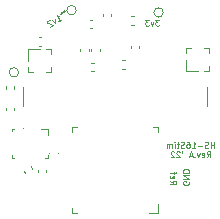
<source format=gbo>
%TF.GenerationSoftware,KiCad,Pcbnew,(6.0.0)*%
%TF.CreationDate,2022-12-05T09:44:38-05:00*%
%TF.ProjectId,headstage-16stim,68656164-7374-4616-9765-2d3136737469,A*%
%TF.SameCoordinates,Original*%
%TF.FileFunction,Legend,Bot*%
%TF.FilePolarity,Positive*%
%FSLAX46Y46*%
G04 Gerber Fmt 4.6, Leading zero omitted, Abs format (unit mm)*
G04 Created by KiCad (PCBNEW (6.0.0)) date 2022-12-05 09:44:38*
%MOMM*%
%LPD*%
G01*
G04 APERTURE LIST*
%ADD10C,0.150000*%
%ADD11C,0.125000*%
%ADD12C,0.120000*%
%ADD13C,0.100000*%
G04 APERTURE END LIST*
D10*
X118935000Y-54960000D02*
X119245000Y-54780000D01*
D11*
X129750000Y-69180952D02*
X129773809Y-69228571D01*
X129773809Y-69300000D01*
X129750000Y-69371428D01*
X129702380Y-69419047D01*
X129654761Y-69442857D01*
X129559523Y-69466666D01*
X129488095Y-69466666D01*
X129392857Y-69442857D01*
X129345238Y-69419047D01*
X129297619Y-69371428D01*
X129273809Y-69300000D01*
X129273809Y-69252380D01*
X129297619Y-69180952D01*
X129321428Y-69157142D01*
X129488095Y-69157142D01*
X129488095Y-69252380D01*
X129273809Y-68942857D02*
X129773809Y-68942857D01*
X129273809Y-68657142D01*
X129773809Y-68657142D01*
X129273809Y-68419047D02*
X129773809Y-68419047D01*
X129773809Y-68300000D01*
X129750000Y-68228571D01*
X129702380Y-68180952D01*
X129654761Y-68157142D01*
X129559523Y-68133333D01*
X129488095Y-68133333D01*
X129392857Y-68157142D01*
X129345238Y-68180952D01*
X129297619Y-68228571D01*
X129273809Y-68300000D01*
X129273809Y-68419047D01*
X118712816Y-55626987D02*
X118960252Y-55484130D01*
X118836534Y-55555559D02*
X118586534Y-55122546D01*
X118663487Y-55160596D01*
X118728536Y-55178025D01*
X118781680Y-55174835D01*
X118401812Y-55421646D02*
X118465380Y-55769845D01*
X118195615Y-55540693D01*
X117991754Y-55520928D02*
X117959229Y-55512213D01*
X117906085Y-55515403D01*
X117802987Y-55574927D01*
X117773652Y-55619356D01*
X117764937Y-55651881D01*
X117768127Y-55705025D01*
X117791937Y-55746264D01*
X117848271Y-55796218D01*
X118238564Y-55900797D01*
X117970508Y-56055559D01*
X128173809Y-69102380D02*
X128411904Y-69269047D01*
X128173809Y-69388095D02*
X128673809Y-69388095D01*
X128673809Y-69197619D01*
X128650000Y-69150000D01*
X128626190Y-69126190D01*
X128578571Y-69102380D01*
X128507142Y-69102380D01*
X128459523Y-69126190D01*
X128435714Y-69150000D01*
X128411904Y-69197619D01*
X128411904Y-69388095D01*
X128197619Y-68697619D02*
X128173809Y-68745238D01*
X128173809Y-68840476D01*
X128197619Y-68888095D01*
X128245238Y-68911904D01*
X128435714Y-68911904D01*
X128483333Y-68888095D01*
X128507142Y-68840476D01*
X128507142Y-68745238D01*
X128483333Y-68697619D01*
X128435714Y-68673809D01*
X128388095Y-68673809D01*
X128340476Y-68911904D01*
X128507142Y-68530952D02*
X128507142Y-68340476D01*
X128173809Y-68459523D02*
X128602380Y-68459523D01*
X128650000Y-68435714D01*
X128673809Y-68388095D01*
X128673809Y-68340476D01*
X127247321Y-55476190D02*
X126937797Y-55476190D01*
X127104464Y-55666666D01*
X127033035Y-55666666D01*
X126985416Y-55690476D01*
X126961607Y-55714285D01*
X126937797Y-55761904D01*
X126937797Y-55880952D01*
X126961607Y-55928571D01*
X126985416Y-55952380D01*
X127033035Y-55976190D01*
X127175892Y-55976190D01*
X127223511Y-55952380D01*
X127247321Y-55928571D01*
X126771130Y-55642857D02*
X126652083Y-55976190D01*
X126533035Y-55642857D01*
X126390178Y-55476190D02*
X126080654Y-55476190D01*
X126247321Y-55666666D01*
X126175892Y-55666666D01*
X126128273Y-55690476D01*
X126104464Y-55714285D01*
X126080654Y-55761904D01*
X126080654Y-55880952D01*
X126104464Y-55928571D01*
X126128273Y-55952380D01*
X126175892Y-55976190D01*
X126318750Y-55976190D01*
X126366369Y-55952380D01*
X126390178Y-55928571D01*
X131900000Y-66323690D02*
X131900000Y-65823690D01*
X131900000Y-66061785D02*
X131614285Y-66061785D01*
X131614285Y-66323690D02*
X131614285Y-65823690D01*
X131400000Y-66299880D02*
X131328571Y-66323690D01*
X131209523Y-66323690D01*
X131161904Y-66299880D01*
X131138095Y-66276071D01*
X131114285Y-66228452D01*
X131114285Y-66180833D01*
X131138095Y-66133214D01*
X131161904Y-66109404D01*
X131209523Y-66085595D01*
X131304761Y-66061785D01*
X131352380Y-66037976D01*
X131376190Y-66014166D01*
X131400000Y-65966547D01*
X131400000Y-65918928D01*
X131376190Y-65871309D01*
X131352380Y-65847500D01*
X131304761Y-65823690D01*
X131185714Y-65823690D01*
X131114285Y-65847500D01*
X130900000Y-66133214D02*
X130519047Y-66133214D01*
X130019047Y-66323690D02*
X130304761Y-66323690D01*
X130161904Y-66323690D02*
X130161904Y-65823690D01*
X130209523Y-65895119D01*
X130257142Y-65942738D01*
X130304761Y-65966547D01*
X129590476Y-65823690D02*
X129685714Y-65823690D01*
X129733333Y-65847500D01*
X129757142Y-65871309D01*
X129804761Y-65942738D01*
X129828571Y-66037976D01*
X129828571Y-66228452D01*
X129804761Y-66276071D01*
X129780952Y-66299880D01*
X129733333Y-66323690D01*
X129638095Y-66323690D01*
X129590476Y-66299880D01*
X129566666Y-66276071D01*
X129542857Y-66228452D01*
X129542857Y-66109404D01*
X129566666Y-66061785D01*
X129590476Y-66037976D01*
X129638095Y-66014166D01*
X129733333Y-66014166D01*
X129780952Y-66037976D01*
X129804761Y-66061785D01*
X129828571Y-66109404D01*
X129352380Y-66299880D02*
X129280952Y-66323690D01*
X129161904Y-66323690D01*
X129114285Y-66299880D01*
X129090476Y-66276071D01*
X129066666Y-66228452D01*
X129066666Y-66180833D01*
X129090476Y-66133214D01*
X129114285Y-66109404D01*
X129161904Y-66085595D01*
X129257142Y-66061785D01*
X129304761Y-66037976D01*
X129328571Y-66014166D01*
X129352380Y-65966547D01*
X129352380Y-65918928D01*
X129328571Y-65871309D01*
X129304761Y-65847500D01*
X129257142Y-65823690D01*
X129138095Y-65823690D01*
X129066666Y-65847500D01*
X128923809Y-65990357D02*
X128733333Y-65990357D01*
X128852380Y-65823690D02*
X128852380Y-66252261D01*
X128828571Y-66299880D01*
X128780952Y-66323690D01*
X128733333Y-66323690D01*
X128566666Y-66323690D02*
X128566666Y-65990357D01*
X128566666Y-65823690D02*
X128590476Y-65847500D01*
X128566666Y-65871309D01*
X128542857Y-65847500D01*
X128566666Y-65823690D01*
X128566666Y-65871309D01*
X128328571Y-66323690D02*
X128328571Y-65990357D01*
X128328571Y-66037976D02*
X128304761Y-66014166D01*
X128257142Y-65990357D01*
X128185714Y-65990357D01*
X128138095Y-66014166D01*
X128114285Y-66061785D01*
X128114285Y-66323690D01*
X128114285Y-66061785D02*
X128090476Y-66014166D01*
X128042857Y-65990357D01*
X127971428Y-65990357D01*
X127923809Y-66014166D01*
X127900000Y-66061785D01*
X127900000Y-66323690D01*
X131269047Y-67128690D02*
X131435714Y-66890595D01*
X131554761Y-67128690D02*
X131554761Y-66628690D01*
X131364285Y-66628690D01*
X131316666Y-66652500D01*
X131292857Y-66676309D01*
X131269047Y-66723928D01*
X131269047Y-66795357D01*
X131292857Y-66842976D01*
X131316666Y-66866785D01*
X131364285Y-66890595D01*
X131554761Y-66890595D01*
X130864285Y-67104880D02*
X130911904Y-67128690D01*
X131007142Y-67128690D01*
X131054761Y-67104880D01*
X131078571Y-67057261D01*
X131078571Y-66866785D01*
X131054761Y-66819166D01*
X131007142Y-66795357D01*
X130911904Y-66795357D01*
X130864285Y-66819166D01*
X130840476Y-66866785D01*
X130840476Y-66914404D01*
X131078571Y-66962023D01*
X130673809Y-66795357D02*
X130554761Y-67128690D01*
X130435714Y-66795357D01*
X130245238Y-67081071D02*
X130221428Y-67104880D01*
X130245238Y-67128690D01*
X130269047Y-67104880D01*
X130245238Y-67081071D01*
X130245238Y-67128690D01*
X130030952Y-66985833D02*
X129792857Y-66985833D01*
X130078571Y-67128690D02*
X129911904Y-66628690D01*
X129745238Y-67128690D01*
X129173809Y-66628690D02*
X129221428Y-66723928D01*
X128983333Y-66676309D02*
X128959523Y-66652500D01*
X128911904Y-66628690D01*
X128792857Y-66628690D01*
X128745238Y-66652500D01*
X128721428Y-66676309D01*
X128697619Y-66723928D01*
X128697619Y-66771547D01*
X128721428Y-66842976D01*
X129007142Y-67128690D01*
X128697619Y-67128690D01*
X128507142Y-66676309D02*
X128483333Y-66652500D01*
X128435714Y-66628690D01*
X128316666Y-66628690D01*
X128269047Y-66652500D01*
X128245238Y-66676309D01*
X128221428Y-66723928D01*
X128221428Y-66771547D01*
X128245238Y-66842976D01*
X128530952Y-67128690D01*
X128221428Y-67128690D01*
D12*
%TO.C,TP3*%
X120230000Y-54670000D02*
G75*
G03*
X120230000Y-54670000I-400000J0D01*
G01*
%TO.C,C52*%
X123198576Y-55191412D02*
X123198576Y-54975740D01*
X122478576Y-55191412D02*
X122478576Y-54975740D01*
%TO.C,C54*%
X121717836Y-59130000D02*
X121502164Y-59130000D01*
X121717836Y-59850000D02*
X121502164Y-59850000D01*
%TO.C,U2*%
X116143576Y-59495000D02*
X116143576Y-59920000D01*
X116143576Y-59920000D02*
X116568576Y-59920000D01*
X116143576Y-57980000D02*
X116143576Y-58475000D01*
X118083576Y-57980000D02*
X117658576Y-57980000D01*
X116143576Y-58050000D02*
X116143576Y-58950000D01*
X116143576Y-58050000D02*
X116143576Y-58475000D01*
X116143576Y-59920000D02*
X116568576Y-59920000D01*
X118083576Y-58405000D02*
X118083576Y-57980000D01*
X116143576Y-59495000D02*
X116143576Y-59920000D01*
X116143576Y-59495000D02*
X116143576Y-59920000D01*
X118083576Y-59920000D02*
X117658576Y-59920000D01*
X116143576Y-59920000D02*
X116568576Y-59920000D01*
X118083576Y-59495000D02*
X118083576Y-59920000D01*
X117138576Y-57980000D02*
X116143576Y-57980000D01*
%TO.C,U11*%
D13*
X129413576Y-59733576D02*
G75*
G03*
X129413576Y-59733576I-50000J0D01*
G01*
D12*
%TO.C,C55*%
X124885740Y-55173576D02*
X125101412Y-55173576D01*
X124885740Y-55893576D02*
X125101412Y-55893576D01*
%TO.C,C23*%
X117287836Y-56960000D02*
X117072164Y-56960000D01*
X117287836Y-57680000D02*
X117072164Y-57680000D01*
%TO.C,C57*%
X120553576Y-57932164D02*
X120553576Y-58147836D01*
X121273576Y-57932164D02*
X121273576Y-58147836D01*
%TO.C,C37*%
X117690000Y-68192164D02*
X117690000Y-68407836D01*
X116970000Y-68192164D02*
X116970000Y-68407836D01*
%TO.C,C51*%
X121503576Y-57922164D02*
X121503576Y-58137836D01*
X122223576Y-57922164D02*
X122223576Y-58137836D01*
%TO.C,C56*%
X121571412Y-56193576D02*
X121355740Y-56193576D01*
X121571412Y-55473576D02*
X121355740Y-55473576D01*
%TO.C,U10*%
X117902500Y-66792500D02*
X117902500Y-66792500D01*
%TO.C,U1*%
X119850000Y-71850000D02*
X120300000Y-71850000D01*
X119850000Y-64550000D02*
X120300000Y-64550000D01*
X119850000Y-65000000D02*
X119850000Y-64550000D01*
X119850000Y-71400000D02*
X119850000Y-71850000D01*
X127150000Y-71850000D02*
X126400000Y-71850000D01*
X127150000Y-65000000D02*
X127150000Y-64550000D01*
X127150000Y-71100000D02*
X127150000Y-71850000D01*
X127150000Y-64550000D02*
X126700000Y-64550000D01*
%TO.C,TP1*%
X127600000Y-54860000D02*
G75*
G03*
X127600000Y-54860000I-400000J0D01*
G01*
%TO.C,U5*%
X118650000Y-66790000D02*
X118650000Y-66790000D01*
%TO.C,C32*%
X115000000Y-61132164D02*
X115000000Y-61347836D01*
X114280000Y-61132164D02*
X114280000Y-61347836D01*
%TO.C,TP4*%
X115350000Y-59930000D02*
G75*
G03*
X115350000Y-59930000I-400000J0D01*
G01*
%TO.C,U13*%
X117825001Y-67174999D02*
X117825001Y-66974999D01*
X114974999Y-64725001D02*
X114774999Y-64725001D01*
X114774999Y-67174999D02*
X114774999Y-66974999D01*
X117825001Y-64725001D02*
X117275002Y-64725001D01*
X114974999Y-67174999D02*
X114774999Y-67174999D01*
X117825001Y-67174999D02*
X117625001Y-67174999D01*
X114774999Y-64925001D02*
X114774999Y-64725001D01*
X117825001Y-65275000D02*
X117825001Y-64725001D01*
%TO.C,C30*%
X115774313Y-68266611D02*
X115882149Y-68453389D01*
X116397851Y-67906611D02*
X116505687Y-68093389D01*
%TO.C,U6*%
X131055000Y-59853576D02*
X131480000Y-59853576D01*
X131480000Y-59853576D02*
X131480000Y-59428576D01*
X131480000Y-57913576D02*
X131480000Y-58338576D01*
X129965000Y-57913576D02*
X129540000Y-57913576D01*
X129610000Y-59853576D02*
X130510000Y-59853576D01*
X129610000Y-59853576D02*
X130035000Y-59853576D01*
X131480000Y-59853576D02*
X131480000Y-59428576D01*
X129540000Y-59853576D02*
X130035000Y-59853576D01*
X131055000Y-59853576D02*
X131480000Y-59853576D01*
X131055000Y-59853576D02*
X131480000Y-59853576D01*
X131480000Y-59853576D02*
X131480000Y-59428576D01*
X129540000Y-58858576D02*
X129540000Y-59853576D01*
X131055000Y-57913576D02*
X131480000Y-57913576D01*
X129540000Y-57913576D02*
X129540000Y-58338576D01*
%TO.C,C53*%
X124105740Y-58923576D02*
X124321412Y-58923576D01*
X124105740Y-59643576D02*
X124321412Y-59643576D01*
%TO.C,C50*%
X124843576Y-57685740D02*
X124843576Y-57901412D01*
X125563576Y-57685740D02*
X125563576Y-57901412D01*
D13*
%TO.C,J2*%
X131300000Y-62800000D02*
X131300000Y-61200000D01*
X115700000Y-62800000D02*
X115700000Y-61200000D01*
D12*
%TO.C,C31*%
X114280000Y-62942164D02*
X114280000Y-63157836D01*
X115000000Y-62942164D02*
X115000000Y-63157836D01*
%TO.C,U9*%
X115740000Y-64660000D02*
X115740000Y-64660000D01*
%TD*%
M02*

</source>
